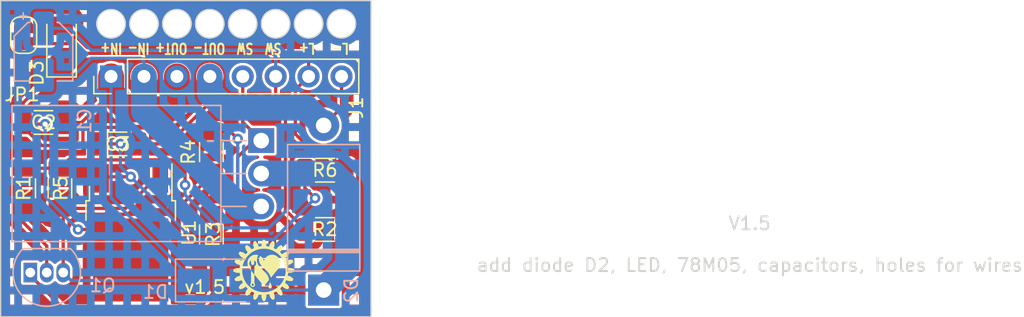
<source format=kicad_pcb>
(kicad_pcb (version 20211014) (generator pcbnew)
  (title_block (title "Interupteur nuerique") (rev "A"))
  (layers (0 "F.Cu" signal) (31 "B.Cu" signal) (34 "B.Paste" user) (35 "F.Paste" user) (36 "B.SilkS" user "B.Silkscreen") (37 "F.SilkS" user "F.Silkscreen") (38 "B.Mask" user) (39 "F.Mask" user) (44 "Edge.Cuts" user))
  (net 0 "")
  (net 1 "/SW1")
  (net 2 "/IN-")
  (net 3 "/IN+")
  (net 4 "Net-(D1-Pad2)")
  (net 5 "Net-(Q1-Pad2)")
  (net 6 "Net-(Q1-Pad1)")
  (net 7 "/SW2")
  (net 8 "Net-(C3-Pad2)")
  (net 9 "Net-(D3-Pad2)")
  (net 10 "/LED+")
  (net 11 "/OUT-")
  (footprint "Resistor_SMD:R_1206_3216Metric_Pad1.30x1.75mm_HandSolder" (layer "F.Cu") (at 170.18 86.868)
    (fp_text reference "R6" (at 0 0) (layer "F.SilkS"))
    (fp_text value "330" hide)
    (pad "1" smd roundrect (at -1.55 0) (size 1.3 1.75) (layers "F.Cu" "F.Paste" "F.Mask") (roundrect_rratio 0.192308) (net 8 "Net-(C3-Pad2)"))
    (pad "2" smd roundrect (at 1.55 0) (size 1.3 1.75) (layers "F.Cu" "F.Paste" "F.Mask") (roundrect_rratio 0.192308) (net 10 "/LED+"))
  )
  (footprint "Logo:Logo" (layer "F.Cu") (at 165.481 94.615)
    (fp_text reference "G***" hide)
    (fp_text value "LOGO" hide)
  )
  (footprint "Connector_PinHeader_2.54mm:PinHeader_1x08_P2.54mm_Vertical" (layer "F.Cu") (at 153.678035 79.63408 90)
    (fp_text reference "J1" (at -2.413 18.923 90) (layer "F.SilkS"))
    (fp_text value "Conn_01x08_Male" hide)
    (pad "1" thru_hole rect (at 0 0 90) (size 1.7 1.7) (drill 1) (layers *.Cu *.Mask) (net 3 "/IN+"))
    (pad "2" thru_hole oval (at 0 2.54 90) (size 1.7 1.7) (drill 1) (layers *.Cu *.Mask) (net 2 "/IN-"))
    (pad "3" thru_hole oval (at 0 5.08 90) (size 1.7 1.7) (drill 1) (layers *.Cu *.Mask) (net 3 "/IN+"))
    (pad "4" thru_hole oval (at 0 7.62 90) (size 1.7 1.7) (drill 1) (layers *.Cu *.Mask) (net 11 "/OUT-"))
    (pad "5" thru_hole oval (at 0 10.16 90) (size 1.7 1.7) (drill 1) (layers *.Cu *.Mask) (net 7 "/SW2"))
    (pad "6" thru_hole oval (at 0 12.7 90) (size 1.7 1.7) (drill 1) (layers *.Cu *.Mask) (net 1 "/SW1"))
    (pad "7" thru_hole oval (at 0 15.24 90) (size 1.7 1.7) (drill 1) (layers *.Cu *.Mask) (net 10 "/LED+"))
    (pad "8" thru_hole oval (at 0 17.78 90) (size 1.7 1.7) (drill 1) (layers *.Cu *.Mask) (net 11 "/OUT-"))
  )
  (footprint "LED_SMD:LED_1206_3216Metric_Pad1.42x1.75mm_HandSolder" (layer "F.Cu") (at 149.86 77.216 90)
    (fp_text reference "D3" (at -2.159 -1.905 90) (layer "F.SilkS"))
    (fp_text value "LED" hide)
    (pad "1" smd roundrect (at -1.4875 0 90) (size 1.425 1.75) (layers "F.Cu" "F.Paste" "F.Mask") (roundrect_rratio 0.175439) (net 11 "/OUT-"))
    (pad "2" smd roundrect (at 1.4875 0 90) (size 1.425 1.75) (layers "F.Cu" "F.Paste" "F.Mask") (roundrect_rratio 0.175439) (net 9 "Net-(D3-Pad2)"))
  )
  (footprint "Resistor_SMD:R_1206_3216Metric_Pad1.30x1.75mm_HandSolder" (layer "F.Cu") (at 146.939 88.265 90)
    (fp_text reference "R1" (at 0 0 90) (layer "F.SilkS"))
    (fp_text value "220K" hide)
    (pad "1" smd roundrect (at -1.55 0 90) (size 1.3 1.75) (layers "F.Cu" "F.Paste" "F.Mask") (roundrect_rratio 0.192308) (net 5 "Net-(Q1-Pad2)"))
    (pad "2" smd roundrect (at 1.55 0 90) (size 1.3 1.75) (layers "F.Cu" "F.Paste" "F.Mask") (roundrect_rratio 0.192308) (net 4 "Net-(D1-Pad2)"))
  )
  (footprint "Capacitor_SMD:C_1206_3216Metric_Pad1.33x1.80mm_HandSolder" (layer "F.Cu") (at 154.178 84.836 180)
    (fp_text reference "C3" (at -0.011 -0.014) (layer "F.SilkS"))
    (fp_text value "0.1uf" hide)
    (pad "1" smd roundrect (at -1.5625 0 180) (size 1.325 1.8) (layers "F.Cu" "F.Paste" "F.Mask") (roundrect_rratio 0.188679) (net 11 "/OUT-"))
    (pad "2" smd roundrect (at 1.5625 0 180) (size 1.325 1.8) (layers "F.Cu" "F.Paste" "F.Mask") (roundrect_rratio 0.188679) (net 8 "Net-(C3-Pad2)"))
  )
  (footprint "Jumper:SolderJumper-2_P1.3mm_Open_RoundedPad1.0x1.5mm" (layer "F.Cu") (at 146.939 76.454 -90)
    (fp_text reference "JP1" (at 4.572 0.127 180) (layer "F.SilkS"))
    (fp_text value "SolderJumper_2_Open" hide)
    (pad "1" smd custom (at -0.65 0 270) (size 1 0.5) (layers "F.Cu" "F.Mask") (net 9 "Net-(D3-Pad2)") (options (clearance outline) (anchor rect)) (primitives (gr_circle (center 0 0.25) (end 0.5 0.25) (width 0) (fill yes)) (gr_circle (center 0 -0.25) (end 0.5 -0.25) (width 0) (fill yes)) (gr_poly (pts (xy 0.5 0.75) (xy 0 0.75) (xy 0 -0.75) (xy 0.5 -0.75)) (width 0) (fill yes))))
    (pad "2" smd custom (at 0.65 0 270) (size 1 0.5) (layers "F.Cu" "F.Mask") (net 10 "/LED+") (options (clearance outline) (anchor rect)) (primitives (gr_circle (center 0 0.25) (end 0.5 0.25) (width 0) (fill yes)) (gr_circle (center 0 -0.25) (end 0.5 -0.25) (width 0) (fill yes)) (gr_poly (pts (xy 0 0.75) (xy -0.5 0.75) (xy -0.5 -0.75) (xy 0 -0.75)) (width 0) (fill yes))))
  )
  (footprint "Resistor_SMD:R_1206_3216Metric_Pad1.30x1.75mm_HandSolder" (layer "F.Cu") (at 149.733 88.265 90)
    (fp_text reference "R5" (at 0 0.068 90) (layer "F.SilkS"))
    (fp_text value "10K" hide)
    (pad "1" smd roundrect (at -1.55 0 90) (size 1.3 1.75) (layers "F.Cu" "F.Paste" "F.Mask") (roundrect_rratio 0.192308) (net 3 "/IN+"))
    (pad "2" smd roundrect (at 1.55 0 90) (size 1.3 1.75) (layers "F.Cu" "F.Paste" "F.Mask") (roundrect_rratio 0.192308) (net 4 "Net-(D1-Pad2)"))
  )
  (footprint "Resistor_SMD:R_1206_3216Metric_Pad1.30x1.75mm_HandSolder" (layer "F.Cu") (at 161.417 85.471 90)
    (fp_text reference "R4" (at 0 -1.778 90) (layer "F.SilkS"))
    (fp_text value "10K" hide)
    (pad "1" smd roundrect (at -1.55 0 90) (size 1.3 1.75) (layers "F.Cu" "F.Paste" "F.Mask") (roundrect_rratio 0.192308) (net 6 "Net-(Q1-Pad1)"))
    (pad "2" smd roundrect (at 1.55 0 90) (size 1.3 1.75) (layers "F.Cu" "F.Paste" "F.Mask") (roundrect_rratio 0.192308) (net 2 "/IN-"))
  )
  (footprint "Resistor_SMD:R_1206_3216Metric_Pad1.30x1.75mm_HandSolder" (layer "F.Cu") (at 170.18 91.44 180)
    (fp_text reference "R2" (at 0 0.016) (layer "F.SilkS"))
    (fp_text value "330K" hide)
    (pad "1" smd roundrect (at -1.55 0 180) (size 1.3 1.75) (layers "F.Cu" "F.Paste" "F.Mask") (roundrect_rratio 0.192308) (net 4 "Net-(D1-Pad2)"))
    (pad "2" smd roundrect (at 1.55 0 180) (size 1.3 1.75) (layers "F.Cu" "F.Paste" "F.Mask") (roundrect_rratio 0.192308) (net 1 "/SW1"))
  )
  (footprint "Package_TO_SOT_SMD:TO-252-2" (layer "F.Cu") (at 155.194 91.694 -90)
    (fp_text reference "U1" (at 0 -4.5 90) (layer "F.SilkS"))
    (fp_text value "LM78M05_TO252" hide)
    (pad "1" smd rect (at -4.2 -2.28 270) (size 2.2 1.2) (layers "F.Cu" "F.Paste" "F.Mask") (net 3 "/IN+"))
    (pad "2" smd rect (at 2.1 0 270) (size 6.4 5.8) (layers "F.Cu" "F.Mask") (net 11 "/OUT-"))
    (pad "3" smd rect (at -4.2 2.28 270) (size 2.2 1.2) (layers "F.Cu" "F.Paste" "F.Mask") (net 8 "Net-(C3-Pad2)"))
  )
  (footprint "Capacitor_SMD:C_1206_3216Metric_Pad1.33x1.80mm_HandSolder" (layer "F.Cu") (at 148.463 83.185 180)
    (fp_text reference "C2" (at -0.007 0.011) (layer "F.SilkS"))
    (fp_text value "0.1uf" hide)
    (pad "1" smd roundrect (at -1.5625 0 180) (size 1.325 1.8) (layers "F.Cu" "F.Paste" "F.Mask") (roundrect_rratio 0.188679) (net 3 "/IN+"))
    (pad "2" smd roundrect (at 1.5625 0 180) (size 1.325 1.8) (layers "F.Cu" "F.Paste" "F.Mask") (roundrect_rratio 0.188679) (net 11 "/OUT-"))
  )
  (footprint "Resistor_SMD:R_1206_3216Metric_Pad1.30x1.75mm_HandSolder" (layer "F.Cu") (at 161.417 91.821 90)
    (fp_text reference "R3" (at 0 0.127 90) (layer "F.SilkS"))
    (fp_text value "10K" hide)
    (pad "1" smd roundrect (at -1.55 0 90) (size 1.3 1.75) (layers "F.Cu" "F.Paste" "F.Mask") (roundrect_rratio 0.192308) (net 6 "Net-(Q1-Pad1)"))
    (pad "2" smd roundrect (at 1.55 0 90) (size 1.3 1.75) (layers "F.Cu" "F.Paste" "F.Mask") (roundrect_rratio 0.192308) (net 7 "/SW2"))
  )
  (footprint "Package_TO_SOT_THT:TO-92_Inline" (layer "B.Cu") (at 147.447 94.763)
    (fp_text reference "Q1" (at 5.588 0.995) (layer "B.SilkS") (effects (justify mirror)))
    (fp_text value "BC557" hide)
    (pad "1" thru_hole rect (at 0 0) (size 1.05 1.5) (drill 0.75) (layers *.Cu *.Mask) (net 6 "Net-(Q1-Pad1)"))
    (pad "2" thru_hole oval (at 1.27 0) (size 1.05 1.5) (drill 0.75) (layers *.Cu *.Mask) (net 5 "Net-(Q1-Pad2)"))
    (pad "3" thru_hole oval (at 2.54 0) (size 1.05 1.5) (drill 0.75) (layers *.Cu *.Mask) (net 3 "/IN+"))
  )
  (footprint "Diode_SMD:D_SMA" (layer "B.Cu") (at 162.052 95.377)
    (fp_text reference "D1" (at -4.953 0.889) (layer "B.SilkS") (effects (justify mirror)))
    (fp_text value "1N4007" hide)
    (pad "1" smd rect (at -2 0) (size 2.5 1.8) (layers "B.Cu" "B.Paste" "B.Mask") (net 3 "/IN+"))
    (pad "2" smd rect (at 2 0) (size 2.5 1.8) (layers "B.Cu" "B.Paste" "B.Mask") (net 4 "Net-(D1-Pad2)"))
  )
  (footprint "Capacitor_SMD:CP_Elec_4x5.4" (layer "B.Cu") (at 148.463 77.724 -90)
    (fp_text reference "C1" (at 5.334 -3.175 90) (layer "B.SilkS") (effects (justify mirror)))
    (fp_text value "2.2uF25V" hide)
    (pad "1" smd roundrect (at -1.8 0 270) (size 2.6 1.6) (layers "B.Cu" "B.Paste" "B.Mask") (roundrect_rratio 0.15625) (net 1 "/SW1"))
    (pad "2" smd roundrect (at 1.8 0 270) (size 2.6 1.6) (layers "B.Cu" "B.Paste" "B.Mask") (roundrect_rratio 0.15625) (net 2 "/IN-"))
  )
  (footprint "Package_TO_SOT_THT:TO-220F-3_Horizontal_TabDown" (layer "B.Cu") (at 165.26 84.582 -90)
    (fp_text reference "Q2" hide)
    (fp_text value "BUZ11")
    (pad "1" thru_hole rect (at 0 0 270) (size 1.905 2) (drill 1.2) (layers *.Cu *.Mask) (net 7 "/SW2"))
    (pad "2" thru_hole oval (at 2.54 0 270) (size 1.905 2) (drill 1.2) (layers *.Cu *.Mask) (net 4 "Net-(D1-Pad2)"))
    (pad "3" thru_hole oval (at 5.08 0 270) (size 1.905 2) (drill 1.2) (layers *.Cu *.Mask) (net 2 "/IN-"))
  )
  (footprint "Diode_THT:D_DO-27_P12.70mm_Horizontal" (layer "B.Cu") (at 170.0784 96.1136 90)
    (fp_text reference "D2" (at -0.0254 2.1336 90) (layer "B.SilkS") (effects (justify mirror)))
    (fp_text value "D_Schottky" hide)
    (pad "1" thru_hole rect (at 0 0 90) (size 2.4 2.4) (drill 1.2) (layers *.Cu *.Mask) (net 4 "Net-(D1-Pad2)"))
    (pad "2" thru_hole oval (at 12.7 0 90) (size 2.4 2.4) (drill 1.2) (layers *.Cu *.Mask) (net 11 "/OUT-"))
  )
  (gr_circle (center 171.45 75.565) (end 172.55 75.565) (layer "Edge.Cuts") (width 0.1) (fill none))
  (gr_circle (center 168.918035 75.57008) (end 170.018035 75.57008) (layer "Edge.Cuts") (width 0.1) (fill none))
  (gr_circle (center 153.678035 75.57008) (end 154.778035 75.57008) (layer "Edge.Cuts") (width 0.1) (fill none))
  (gr_rect (start 145.161 73.787) (end 173.736 98.171) (layer "Edge.Cuts") (width 0.1) (fill none))
  (gr_circle (center 166.37465 75.567426) (end 167.47465 75.567426) (layer "Edge.Cuts") (width 0.1) (fill none))
  (gr_circle (center 158.758035 75.57008) (end 159.858035 75.57008) (layer "Edge.Cuts") (width 0.1) (fill none))
  (gr_circle (center 161.290201 75.567426) (end 162.390201 75.567426) (layer "Edge.Cuts") (width 0.1) (fill none))
  (gr_circle (center 156.218035 75.57008) (end 157.318035 75.57008) (layer "Edge.Cuts") (width 0.1) (fill none))
  (gr_circle (center 163.832426 75.567426) (end 164.932426 75.567426) (layer "Edge.Cuts") (width 0.1) (fill none))
  (gr_text "L-   L+   SW  SW  OUT- OUT+ IN- IN+" (at 162.433 77.47 180) (layer "F.SilkS") (effects (font (size 0.8 0.6))))
  (gr_text "v1.5" (at 160.909 95.885) (layer "F.SilkS") (effects (font (size 1 1))))
  (gr_text "V1.5\n\nadd diode D2, LED, 78M05, capacitors, holes for wires" (at 202.946 92.583) (layer "Edge.Cuts") (effects (font (size 1 1))))
  (segment (start 166.378035 79.63408) (end 166.378035 82.050035) (width 0.25) (layer "F.Cu") (net 1))
  (segment (start 166.378035 82.050035) (end 167.132 82.804) (width 0.25) (layer "F.Cu") (net 1))
  (segment (start 167.132 89.942) (end 168.63 91.44) (width 0.25) (layer "F.Cu") (net 1))
  (segment (start 167.132 82.804) (end 167.132 89.942) (width 0.25) (layer "F.Cu") (net 1))
  (segment (start 148.463 75.924) (end 150.473 75.924) (width 0.25) (layer "B.Cu") (net 1))
  (segment (start 152.146 77.597) (end 165.862 77.597) (width 0.25) (layer "B.Cu") (net 1))
  (segment (start 165.862 77.597) (end 166.378035 78.113035) (width 0.25) (layer "B.Cu") (net 1))
  (segment (start 150.473 75.924) (end 152.146 77.597) (width 0.25) (layer "B.Cu") (net 1))
  (segment (start 166.378035 78.113035) (end 166.378035 79.63408) (width 0.25) (layer "B.Cu") (net 1))
  (segment (start 161.417 83.921) (end 162.915 83.921) (width 0.25) (layer "F.Cu") (net 2))
  (segment (start 162.915 83.921) (end 163.449 84.455) (width 0.25) (layer "F.Cu") (net 2))
  (via (at 163.449 84.455) (size 0.8) (drill 0.4) (layers "F.Cu" "B.Cu") (net 2))
  (segment (start 163.449 84.455) (end 163.449 89.535) (width 0.25) (layer "B.Cu") (net 2))
  (segment (start 148.463 79.524) (end 150.854 79.524) (width 0.25) (layer "B.Cu") (net 2))
  (segment (start 163.449 89.535) (end 163.576 89.662) (width 0.25) (layer "B.Cu") (net 2))
  (segment (start 156.218035 78.494035) (end 156.218035 79.63408) (width 0.25) (layer "B.Cu") (net 2))
  (segment (start 150.854 79.524) (end 152.146 78.232) (width 0.25) (layer "B.Cu") (net 2))
  (segment (start 163.576 89.662) (end 156.218035 82.304035) (width 2) (layer "B.Cu") (net 2))
  (segment (start 165.26 89.662) (end 163.576 89.662) (width 2) (layer "B.Cu") (net 2))
  (segment (start 155.956 78.232) (end 156.218035 78.494035) (width 0.25) (layer "B.Cu") (net 2))
  (segment (start 152.146 78.232) (end 155.956 78.232) (width 0.25) (layer "B.Cu") (net 2))
  (segment (start 156.218035 82.304035) (end 156.218035 79.63408) (width 2) (layer "B.Cu") (net 2))
  (segment (start 157.108 87.494) (end 157.474 87.494) (width 0.25) (layer "F.Cu") (net 3))
  (segment (start 149.987 90.069) (end 149.987 94.763) (width 0.25) (layer "F.Cu") (net 3))
  (segment (start 154.94 82.169) (end 158.115 82.169) (width 2) (layer "F.Cu") (net 3))
  (segment (start 149.733 89.815) (end 154.787 89.815) (width 0.25) (layer "F.Cu") (net 3))
  (segment (start 158.758035 81.525965) (end 158.758035 79.63408) (width 2) (layer "F.Cu") (net 3))
  (segment (start 150.0255 83.185) (end 151.40007 83.185) (width 0.25) (layer "F.Cu") (net 3))
  (segment (start 153.678035 80.907035) (end 154.94 82.169) (width 2) (layer "F.Cu") (net 3))
  (segment (start 154.787 89.815) (end 157.108 87.494) (width 0.25) (layer "F.Cu") (net 3))
  (segment (start 153.678035 79.63408) (end 153.678035 80.907035) (width 2) (layer "F.Cu") (net 3))
  (segment (start 149.733 89.815) (end 149.987 90.069) (width 0.25) (layer "F.Cu") (net 3))
  (segment (start 151.40007 83.185) (end 153.678035 80.907035) (width 0.25) (layer "F.Cu") (net 3))
  (segment (start 158.115 82.169) (end 158.758035 81.525965) (width 2) (layer "F.Cu") (net 3))
  (segment (start 160.052 95.377) (end 150.601 95.377) (width 0.25) (layer "B.Cu") (net 3))
  (segment (start 150.601 95.377) (end 149.987 94.763) (width 0.25) (layer "B.Cu") (net 3))
  (segment (start 153.678035 89.003035) (end 153.678035 79.63408) (width 0.25) (layer "B.Cu") (net 3))
  (segment (start 160.052 95.377) (end 153.678035 89.003035) (width 0.25) (layer "B.Cu") (net 3))
  (segment (start 149.733 86.715) (end 150.378511 86.069489) (width 0.25) (layer "F.Cu") (net 4))
  (segment (start 170.0784 95.8596) (end 170.0784 96.1136) (width 0.25) (layer "F.Cu") (net 4))
  (segment (start 159.385 86.995) (end 159.385 88.011) (width 0.25) (layer "F.Cu") (net 4))
  (segment (start 150.378511 86.069489) (end 158.459489 86.069489) (width 0.25) (layer "F.Cu") (net 4))
  (segment (start 158.459489 86.069489) (end 159.385 86.995) (width 0.25) (layer "F.Cu") (net 4))
  (segment (start 171.73 94.208) (end 170.0784 95.8596) (width 0.25) (layer "F.Cu") (net 4))
  (segment (start 146.939 86.715) (end 149.733 86.715) (width 0.25) (layer "F.Cu") (net 4))
  (segment (start 171.73 91.44) (end 171.73 94.208) (width 0.25) (layer "F.Cu") (net 4))
  (via (at 159.385 88.011) (size 0.8) (drill 0.4) (layers "F.Cu" "B.Cu") (net 4))
  (segment (start 159.385 88.773) (end 161.925 91.313) (width 0.25) (layer "B.Cu") (net 4))
  (segment (start 171.958 88.265) (end 170.815 87.122) (width 2) (layer "B.Cu") (net 4))
  (segment (start 167.386 87.122) (end 165.26 87.122) (width 2) (layer "B.Cu") (net 4))
  (segment (start 165.862 91.313) (end 167.386 89.789) (width 0.25) (layer "B.Cu") (net 4))
  (segment (start 164.7886 96.1136) (end 164.052 95.377) (width 0.25) (layer "B.Cu") (net 4))
  (segment (start 170.0784 96.1136) (end 171.958 94.234) (width 2) (layer "B.Cu") (net 4))
  (segment (start 171.958 94.234) (end 171.958 88.265) (width 2) (layer "B.Cu") (net 4))
  (segment (start 167.386 89.789) (end 167.386 87.122) (width 0.25) (layer "B.Cu") (net 4))
  (segment (start 161.925 91.313) (end 165.862 91.313) (width 0.25) (layer "B.Cu") (net 4))
  (segment (start 170.0784 96.1136) (end 164.7886 96.1136) (width 0.25) (layer "B.Cu") (net 4))
  (segment (start 159.385 88.011) (end 159.385 88.773) (width 0.25) (layer "B.Cu") (net 4))
  (segment (start 170.815 87.122) (end 167.386 87.122) (width 2) (layer "B.Cu") (net 4))
  (segment (start 146.939 90.932) (end 148.717 92.71) (width 0.25) (layer "F.Cu") (net 5))
  (segment (start 148.717 92.71) (end 148.717 94.763) (width 0.25) (layer "F.Cu") (net 5))
  (segment (start 146.939 89.815) (end 146.939 90.932) (width 0.25) (layer "F.Cu") (net 5))
  (segment (start 159.385 89.281) (end 159.385 92.964) (width 0.25) (layer "F.Cu") (net 6))
  (segment (start 161.417 87.249) (end 159.385 89.281) (width 0.25) (layer "F.Cu") (net 6))
  (segment (start 147.447 94.988) (end 149.995 97.536) (width 0.25) (layer "F.Cu") (net 6))
  (segment (start 161.417 96.52) (end 161.417 93.371) (width 0.25) (layer "F.Cu") (net 6))
  (segment (start 159.792 93.371) (end 161.417 93.371) (width 0.25) (layer "F.Cu") (net 6))
  (segment (start 160.401 97.536) (end 161.417 96.52) (width 0.25) (layer "F.Cu") (net 6))
  (segment (start 147.447 94.763) (end 147.447 94.988) (width 0.25) (layer "F.Cu") (net 6))
  (segment (start 161.417 87.021) (end 161.417 87.249) (width 0.25) (layer "F.Cu") (net 6))
  (segment (start 149.995 97.536) (end 160.401 97.536) (width 0.25) (layer "F.Cu") (net 6))
  (segment (start 159.385 92.964) (end 159.792 93.371) (width 0.25) (layer "F.Cu") (net 6))
  (segment (start 163.838035 83.160035) (end 165.26 84.582) (width 0.25) (layer "F.Cu") (net 7))
  (segment (start 164.719 84.582) (end 165.26 84.582) (width 0.25) (layer "F.Cu") (net 7))
  (segment (start 163.449 85.852) (end 164.719 84.582) (width 0.25) (layer "F.Cu") (net 7))
  (segment (start 163.449 88.392) (end 163.449 85.852) (width 0.25) (layer "F.Cu") (net 7))
  (segment (start 161.417 90.271) (end 161.57 90.271) (width 0.25) (layer "F.Cu") (net 7))
  (segment (start 163.838035 79.63408) (end 163.838035 83.160035) (width 0.25) (layer "F.Cu") (net 7))
  (segment (start 161.57 90.271) (end 163.449 88.392) (width 0.25) (layer "F.Cu") (net 7))
  (segment (start 168.63 86.868) (end 168.63 88.239) (width 0.25) (layer "F.Cu") (net 8))
  (segment (start 152.6155 84.836) (end 154.402535 84.836) (width 0.25) (layer "F.Cu") (net 8))
  (segment (start 168.63 88.239) (end 169.418 89.027) (width 0.25) (layer "F.Cu") (net 8))
  (segment (start 155.194 87.376) (end 153.032 87.376) (width 0.25) (layer "F.Cu") (net 8))
  (segment (start 153.032 87.376) (end 152.914 87.494) (width 0.25) (layer "F.Cu") (net 8))
  (via (at 154.402535 84.836) (size 0.8) (drill 0.4) (layers "F.Cu" "B.Cu") (net 8))
  (via (at 169.418 89.027) (size 0.8) (drill 0.4) (layers "F.Cu" "B.Cu") (net 8))
  (via (at 155.194 87.376) (size 0.8) (drill 0.4) (layers "F.Cu" "B.Cu") (net 8))
  (segment (start 169.418 89.027) (end 166.243 92.202) (width 0.25) (layer "B.Cu") (net 8))
  (segment (start 166.243 92.202) (end 160.02 92.202) (width 0.25) (layer "B.Cu") (net 8))
  (segment (start 154.402535 84.836) (end 154.402535 86.584535) (width 0.25) (layer "B.Cu") (net 8))
  (segment (start 160.02 92.202) (end 155.194 87.376) (width 0.25) (layer "B.Cu") (net 8))
  (segment (start 154.402535 86.584535) (end 155.194 87.376) (width 0.25) (layer "B.Cu") (net 8))
  (segment (start 149.7845 75.804) (end 146.939 75.804) (width 0.25) (layer "F.Cu") (net 9))
  (segment (start 168.402 77.851) (end 168.918035 78.367035) (width 0.25) (layer "F.Cu") (net 10))
  (segment (start 168.918035 79.63408) (end 167.894 80.658115) (width 0.25) (layer "F.Cu") (net 10))
  (segment (start 170.206 85.344) (end 171.73 86.868) (width 0.25) (layer "F.Cu") (net 10))
  (segment (start 168.918035 78.367035) (end 168.918035 79.63408) (width 0.25) (layer "F.Cu") (net 10))
  (segment (start 151.638 77.851) (end 168.402 77.851) (width 0.25) (layer "F.Cu") (net 10))
  (segment (start 167.894 84.074) (end 169.164 85.344) (width 0.25) (layer "F.Cu") (net 10))
  (segment (start 150.891 77.104) (end 151.638 77.851) (width 0.25) (layer "F.Cu") (net 10))
  (segment (start 169.164 85.344) (end 170.206 85.344) (width 0.25) (layer "F.Cu") (net 10))
  (segment (start 167.894 80.658115) (end 167.894 84.074) (width 0.25) (layer "F.Cu") (net 10))
  (segment (start 146.939 77.104) (end 150.891 77.104) (width 0.25) (layer "F.Cu") (net 10))
  (segment (start 155.7405 84.836) (end 158.115 84.836) (width 0.25) (layer "F.Cu") (net 11))
  (segment (start 146.9005 83.5275) (end 148.336 84.963) (width 0.25) (layer "F.Cu") (net 11))
  (segment (start 171.458035 79.63408) (end 171.458035 82.033965) (width 0.25) (layer "F.Cu") (net 11))
  (segment (start 158.115 84.836) (end 161.298035 81.652965) (width 0.25) (layer "F.Cu") (net 11))
  (segment (start 146.9005 83.185) (end 146.9005 81.663) (width 0.25) (layer "F.Cu") (net 11))
  (segment (start 151.511 84.709) (end 151.511 83.82) (width 0.25) (layer "F.Cu") (net 11))
  (segment (start 148.336 84.963) (end 151.257 84.963) (width 0.25) (layer "F.Cu") (net 11))
  (segment (start 161.298035 81.652965) (end 161.298035 79.63408) (width 0.25) (layer "F.Cu") (net 11))
  (segment (start 147.0275 83.312) (end 146.9005 83.185) (width 0.25) (layer "F.Cu") (net 11))
  (segment (start 152.84 91.44) (end 151.13 91.44) (width 0.25) (layer "F.Cu") (net 11))
  (segment (start 151.765 83.566) (end 154.4705 83.566) (width 0.25) (layer "F.Cu") (net 11))
  (segment (start 151.257 84.963) (end 151.511 84.709) (width 0.25) (layer "F.Cu") (net 11))
  (segment (start 148.59 83.312) (end 147.0275 83.312) (width 0.25) (layer "F.Cu") (net 11))
  (segment (start 155.194 93.794) (end 152.84 91.44) (width 0.25) (layer "F.Cu") (net 11))
  (segment (start 151.511 83.82) (end 151.765 83.566) (width 0.25) (layer "F.Cu") (net 11))
  (segment (start 146.9005 81.663) (end 149.86 78.7035) (width 0.25) (layer "F.Cu") (net 11))
  (segment (start 171.458035 82.033965) (end 170.0784 83.4136) (width 0.25) (layer "F.Cu") (net 11))
  (segment (start 146.9005 83.185) (end 146.9005 83.5275) (width 0.25) (layer "F.Cu") (net 11))
  (segment (start 154.4705 83.566) (end 155.7405 84.836) (width 0.25) (layer "F.Cu") (net 11))
  (via (at 151.13 91.44) (size 0.8) (drill 0.4) (layers "F.Cu" "B.Cu") (net 11))
  (via (at 148.59 83.312) (size 0.8) (drill 0.4) (layers "F.Cu" "B.Cu") (net 11))
  (segment (start 148.59 88.9) (end 148.59 83.312) (width 0.25) (layer "B.Cu") (net 11))
  (segment (start 151.13 91.44) (end 148.59 88.9) (width 0.25) (layer "B.Cu") (net 11))
  (segment (start 162.433 82.042) (end 168.7068 82.042) (width 2) (layer "B.Cu") (net 11))
  (segment (start 161.298035 79.63408) (end 161.298035 80.907035) (width 2) (layer "B.Cu") (net 11))
  (segment (start 161.298035 80.907035) (end 162.433 82.042) (width 2) (layer "B.Cu") (net 11))
  (segment (start 168.7068 82.042) (end 170.0784 83.4136) (width 2) (layer "B.Cu") (net 11))
  (zone (net 0) (net_name "") (layers F&B.Cu) (connect_pads (clearance 0)) (min_thickness 0.254) (fill yes (mode hatch) (thermal_gap 0.508) (thermal_bridge_width 0.508) (hatch_thickness 0.6) (hatch_gap 0.8) (hatch_orientation 0) (hatch_border_algorithm hatch_thickness) (hatch_min_hole_area 0.3))
    (polygon (pts (xy 173.736 98.171) (xy 145.161 98.171) (xy 145.161 73.787) (xy 173.736 73.787)))
  )
)
</source>
